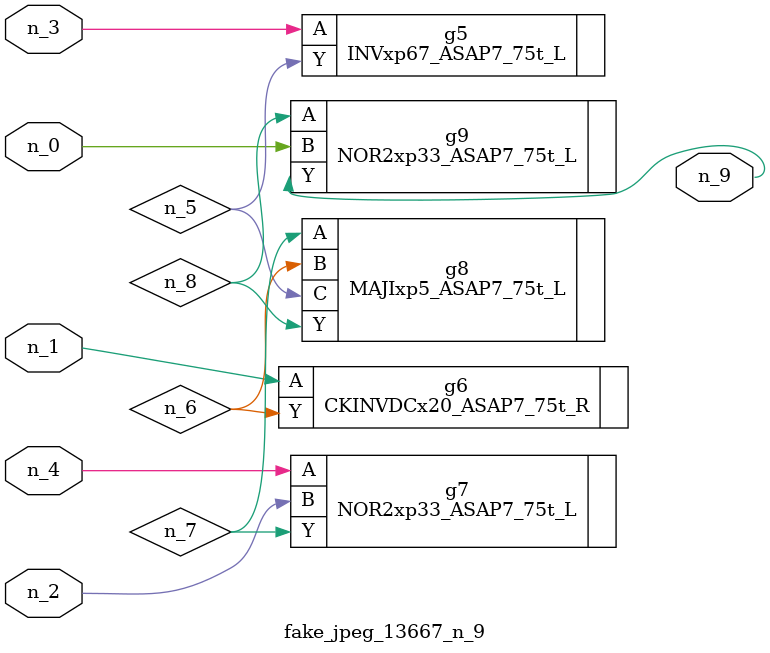
<source format=v>
module fake_jpeg_13667_n_9 (n_3, n_2, n_1, n_0, n_4, n_9);

input n_3;
input n_2;
input n_1;
input n_0;
input n_4;

output n_9;

wire n_8;
wire n_6;
wire n_5;
wire n_7;

INVxp67_ASAP7_75t_L g5 ( 
.A(n_3),
.Y(n_5)
);

CKINVDCx20_ASAP7_75t_R g6 ( 
.A(n_1),
.Y(n_6)
);

NOR2xp33_ASAP7_75t_L g7 ( 
.A(n_4),
.B(n_2),
.Y(n_7)
);

MAJIxp5_ASAP7_75t_L g8 ( 
.A(n_7),
.B(n_6),
.C(n_5),
.Y(n_8)
);

NOR2xp33_ASAP7_75t_L g9 ( 
.A(n_8),
.B(n_0),
.Y(n_9)
);


endmodule
</source>
